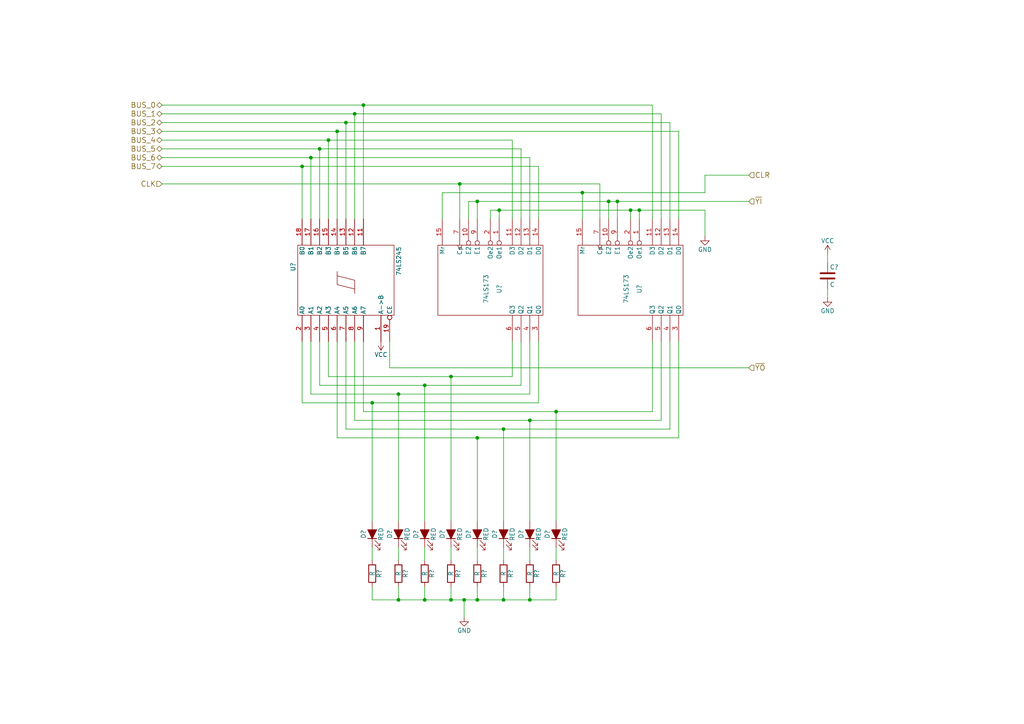
<source format=kicad_sch>
(kicad_sch (version 20211123) (generator eeschema)
  (paper "A4")
  (lib_symbols
    (symbol "8bit-computer-rescue:74LS173-8bit-computer-rescue" (pin_names (offset 0.254))
      (property "Reference" "U" (at 2.54 2.54 0))
      (property "Value" "74LS173-8bit-computer-rescue" (at 2.54 -1.27 0))
      (symbol "74LS173-8bit-computer-rescue_0_0"
        (pin power_in line (at -7.62 15.24 90) (length 0) hide (name "VCC") (number "16"))
        (pin power_in line (at -7.62 -15.24 90) (length 0) hide (name "GND") (number "8"))
      )
      (symbol "74LS173-8bit-computer-rescue_0_1"
        (rectangle (start -10.16 15.24) (end 10.16 -15.24))
      )
      (symbol "74LS173-8bit-computer-rescue_1_1"
        (pin input inverted (at -17.78 2.54 0) (length 7.62) (name "Oe1") (number "1"))
        (pin input inverted (at -17.78 -6.35 0) (length 7.62) (name "E2") (number "10"))
        (pin input line (at -17.78 6.35 0) (length 7.62) (name "D3") (number "11"))
        (pin input line (at -17.78 8.89 0) (length 7.62) (name "D2") (number "12"))
        (pin input line (at -17.78 11.43 0) (length 7.62) (name "D1") (number "13"))
        (pin input line (at -17.78 13.97 0) (length 7.62) (name "D0") (number "14"))
        (pin input line (at -17.78 -13.97 0) (length 7.62) (name "Mr") (number "15"))
        (pin input inverted (at -17.78 0 0) (length 7.62) (name "Oe2") (number "2"))
        (pin tri_state line (at 17.78 13.97 180) (length 7.62) (name "Q0") (number "3"))
        (pin tri_state line (at 17.78 11.43 180) (length 7.62) (name "Q1") (number "4"))
        (pin tri_state line (at 17.78 8.89 180) (length 7.62) (name "Q2") (number "5"))
        (pin tri_state line (at 17.78 6.35 180) (length 7.62) (name "Q3") (number "6"))
        (pin input clock (at -17.78 -8.89 0) (length 7.62) (name "Cp") (number "7"))
        (pin input inverted (at -17.78 -3.81 0) (length 7.62) (name "E1") (number "9"))
      )
    )
    (symbol "8bit-computer-rescue:74LS245-8bit-computer-rescue" (pin_names (offset 0.254))
      (property "Reference" "U" (at 2.54 14.605 0))
      (property "Value" "74LS245-8bit-computer-rescue" (at 1.27 -14.605 0))
      (symbol "74LS245-8bit-computer-rescue_0_0"
        (pin power_in line (at 0 -13.97 90) (length 0) hide (name "GND") (number "10"))
        (pin power_in line (at 0 13.97 270) (length 0) hide (name "VCC") (number "20"))
      )
      (symbol "74LS245-8bit-computer-rescue_0_1"
        (rectangle (start -10.16 13.97) (end 10.16 -13.97))
        (polyline (pts (xy 1.27 2.54) (xy 0 -2.54) (xy -2.54 -2.54)))
        (polyline (pts (xy 2.54 2.54) (xy -1.27 2.54) (xy -2.54 -2.54) (xy -3.81 -2.54)))
      )
      (symbol "74LS245-8bit-computer-rescue_1_1"
        (pin input line (at -17.78 -10.16 0) (length 7.62) (name "A->B") (number "1"))
        (pin tri_state line (at 17.78 -5.08 180) (length 7.62) (name "B7") (number "11"))
        (pin tri_state line (at 17.78 -2.54 180) (length 7.62) (name "B6") (number "12"))
        (pin tri_state line (at 17.78 0 180) (length 7.62) (name "B5") (number "13"))
        (pin tri_state line (at 17.78 2.54 180) (length 7.62) (name "B4") (number "14"))
        (pin tri_state line (at 17.78 5.08 180) (length 7.62) (name "B3") (number "15"))
        (pin tri_state line (at 17.78 7.62 180) (length 7.62) (name "B2") (number "16"))
        (pin tri_state line (at 17.78 10.16 180) (length 7.62) (name "B1") (number "17"))
        (pin tri_state line (at 17.78 12.7 180) (length 7.62) (name "B0") (number "18"))
        (pin input inverted (at -17.78 -12.7 0) (length 7.62) (name "CE") (number "19"))
        (pin tri_state line (at -17.78 12.7 0) (length 7.62) (name "A0") (number "2"))
        (pin tri_state line (at -17.78 10.16 0) (length 7.62) (name "A1") (number "3"))
        (pin tri_state line (at -17.78 7.62 0) (length 7.62) (name "A2") (number "4"))
        (pin tri_state line (at -17.78 5.08 0) (length 7.62) (name "A3") (number "5"))
        (pin tri_state line (at -17.78 2.54 0) (length 7.62) (name "A4") (number "6"))
        (pin tri_state line (at -17.78 0 0) (length 7.62) (name "A5") (number "7"))
        (pin tri_state line (at -17.78 -2.54 0) (length 7.62) (name "A6") (number "8"))
        (pin tri_state line (at -17.78 -5.08 0) (length 7.62) (name "A7") (number "9"))
      )
    )
    (symbol "8bit-computer-rescue:LED_ALT-Device" (pin_numbers hide) (pin_names (offset 1.016) hide)
      (property "Reference" "D" (at 0 2.54 0))
      (property "Value" "LED_ALT-Device" (at 0 -2.54 0))
      (symbol "LED_ALT-Device_0_1"
        (polyline (pts (xy -1.27 -1.27) (xy -1.27 1.27)) (stroke (width 0.254)))
        (polyline (pts (xy -1.27 0) (xy 1.27 0)))
        (polyline (pts (xy 1.27 -1.27) (xy 1.27 1.27) (xy -1.27 0) (xy 1.27 -1.27)) (stroke (width 0.254)) (fill (type outline)))
        (polyline (pts (xy -3.048 -0.762) (xy -4.572 -2.286) (xy -3.81 -2.286) (xy -4.572 -2.286) (xy -4.572 -1.524)))
        (polyline (pts (xy -1.778 -0.762) (xy -3.302 -2.286) (xy -2.54 -2.286) (xy -3.302 -2.286) (xy -3.302 -1.524)))
      )
      (symbol "LED_ALT-Device_1_1"
        (pin passive line (at -3.81 0 0) (length 2.54) (name "K") (number "1"))
        (pin passive line (at 3.81 0 180) (length 2.54) (name "A") (number "2"))
      )
    )
    (symbol "Device:C" (pin_numbers hide) (pin_names (offset 0.254))
      (property "Reference" "C" (at 0.635 2.54 0))
      (property "Value" "C" (at 0.635 -2.54 0))
      (symbol "C_0_1"
        (polyline (pts (xy -2.032 -0.762) (xy 2.032 -0.762)) (stroke (width 0.508)))
        (polyline (pts (xy -2.032 0.762) (xy 2.032 0.762)) (stroke (width 0.508)))
      )
      (symbol "C_1_1"
        (pin passive line (at 0 3.81 270) (length 2.794) (name "~") (number "1"))
        (pin passive line (at 0 -3.81 90) (length 2.794) (name "~") (number "2"))
      )
    )
    (symbol "Device:R" (pin_numbers hide) (pin_names (offset 0))
      (property "Reference" "R" (at 2.032 0 90))
      (property "Value" "R" (at 0 0 90))
      (symbol "R_0_1"
        (rectangle (start -1.016 -2.54) (end 1.016 2.54) (stroke (width 0.254)))
      )
      (symbol "R_1_1"
        (pin passive line (at 0 3.81 270) (length 1.27) (name "~") (number "1"))
        (pin passive line (at 0 -3.81 90) (length 1.27) (name "~") (number "2"))
      )
    )
    (symbol "power:GND" (power) (pin_names (offset 0))
      (property "Value" "GND" (at 0 -3.81 0))
      (symbol "GND_0_1"
        (polyline (pts (xy 0 0) (xy 0 -1.27) (xy 1.27 -1.27) (xy 0 -2.54) (xy -1.27 -1.27) (xy 0 -1.27)))
      )
      (symbol "GND_1_1"
        (pin power_in line (at 0 0 270) (length 0) hide (name "GND") (number "1"))
      )
    )
    (symbol "power:VCC" (power) (pin_names (offset 0))
      (property "Value" "VCC" (at 0 3.81 0))
      (symbol "VCC_0_1"
        (polyline (pts (xy -0.762 1.27) (xy 0 2.54)))
        (polyline (pts (xy 0 0) (xy 0 2.54)))
        (polyline (pts (xy 0 2.54) (xy 0.762 1.27)))
      )
      (symbol "VCC_1_1"
        (pin power_in line (at 0 0 90) (length 0) hide (name "VCC") (number "1"))
      )
    )
  )
  (junction (at 87.63 48.26))
  (junction (at 153.67 173.99))
  (junction (at 92.71 43.18))
  (junction (at 100.33 35.56))
  (junction (at 107.95 116.84))
  (junction (at 161.29 119.38))
  (junction (at 153.67 121.92))
  (junction (at 115.57 173.99))
  (junction (at 185.42 60.96))
  (junction (at 123.19 173.99))
  (junction (at 133.35 53.34))
  (junction (at 144.78 60.96))
  (junction (at 115.57 114.3))
  (junction (at 176.53 58.42))
  (junction (at 105.41 30.48))
  (junction (at 95.25 40.64))
  (junction (at 90.17 45.72))
  (junction (at 168.91 55.88))
  (junction (at 182.88 60.96))
  (junction (at 130.81 173.99))
  (junction (at 102.87 33.02))
  (junction (at 138.43 127))
  (junction (at 138.43 58.42))
  (junction (at 146.05 124.46))
  (junction (at 123.19 111.76))
  (junction (at 130.81 109.22))
  (junction (at 179.07 58.42))
  (junction (at 97.79 38.1))
  (junction (at 134.62 173.99))
  (junction (at 146.05 173.99))
  (junction (at 138.43 173.99))
  (wire (pts (xy 144.78 60.96) (xy 182.88 60.96)))
  (wire (pts (xy 179.07 58.42) (xy 217.17 58.42)))
  (wire (pts (xy 173.99 53.34) (xy 173.99 63.5)))
  (wire (pts (xy 46.99 45.72) (xy 90.17 45.72)))
  (wire (pts (xy 102.87 33.02) (xy 191.77 33.02)))
  (wire (pts (xy 146.05 124.46) (xy 146.05 151.13)))
  (wire (pts (xy 240.03 83.82) (xy 240.03 86.36)))
  (wire (pts (xy 161.29 119.38) (xy 189.23 119.38)))
  (wire (pts (xy 130.81 158.75) (xy 130.81 162.56)))
  (wire (pts (xy 153.67 45.72) (xy 153.67 63.5)))
  (wire (pts (xy 105.41 30.48) (xy 105.41 63.5)))
  (wire (pts (xy 179.07 58.42) (xy 179.07 63.5)))
  (wire (pts (xy 168.91 55.88) (xy 168.91 63.5)))
  (wire (pts (xy 146.05 124.46) (xy 194.31 124.46)))
  (wire (pts (xy 204.47 50.8) (xy 217.17 50.8)))
  (wire (pts (xy 123.19 158.75) (xy 123.19 162.56)))
  (wire (pts (xy 156.21 116.84) (xy 156.21 99.06)))
  (wire (pts (xy 97.79 38.1) (xy 196.85 38.1)))
  (wire (pts (xy 134.62 173.99) (xy 138.43 173.99)))
  (wire (pts (xy 115.57 114.3) (xy 153.67 114.3)))
  (wire (pts (xy 153.67 121.92) (xy 191.77 121.92)))
  (wire (pts (xy 97.79 127) (xy 138.43 127)))
  (wire (pts (xy 115.57 170.18) (xy 115.57 173.99)))
  (wire (pts (xy 128.27 55.88) (xy 168.91 55.88)))
  (wire (pts (xy 133.35 53.34) (xy 133.35 63.5)))
  (wire (pts (xy 130.81 109.22) (xy 130.81 151.13)))
  (wire (pts (xy 138.43 158.75) (xy 138.43 162.56)))
  (wire (pts (xy 176.53 58.42) (xy 176.53 63.5)))
  (wire (pts (xy 135.89 63.5) (xy 135.89 58.42)))
  (wire (pts (xy 92.71 43.18) (xy 92.71 63.5)))
  (wire (pts (xy 100.33 35.56) (xy 194.31 35.56)))
  (wire (pts (xy 128.27 63.5) (xy 128.27 55.88)))
  (wire (pts (xy 144.78 60.96) (xy 144.78 63.5)))
  (wire (pts (xy 46.99 33.02) (xy 102.87 33.02)))
  (wire (pts (xy 46.99 53.34) (xy 133.35 53.34)))
  (wire (pts (xy 107.95 158.75) (xy 107.95 162.56)))
  (wire (pts (xy 130.81 109.22) (xy 148.59 109.22)))
  (wire (pts (xy 46.99 30.48) (xy 105.41 30.48)))
  (wire (pts (xy 138.43 173.99) (xy 146.05 173.99)))
  (wire (pts (xy 46.99 38.1) (xy 97.79 38.1)))
  (wire (pts (xy 151.13 43.18) (xy 151.13 63.5)))
  (wire (pts (xy 90.17 45.72) (xy 90.17 63.5)))
  (wire (pts (xy 46.99 40.64) (xy 95.25 40.64)))
  (wire (pts (xy 115.57 158.75) (xy 115.57 162.56)))
  (wire (pts (xy 87.63 99.06) (xy 87.63 116.84)))
  (wire (pts (xy 95.25 99.06) (xy 95.25 109.22)))
  (wire (pts (xy 151.13 111.76) (xy 151.13 99.06)))
  (wire (pts (xy 95.25 109.22) (xy 130.81 109.22)))
  (wire (pts (xy 189.23 30.48) (xy 189.23 63.5)))
  (wire (pts (xy 153.67 173.99) (xy 161.29 173.99)))
  (wire (pts (xy 182.88 60.96) (xy 185.42 60.96)))
  (wire (pts (xy 107.95 173.99) (xy 115.57 173.99)))
  (wire (pts (xy 182.88 60.96) (xy 182.88 63.5)))
  (wire (pts (xy 176.53 58.42) (xy 179.07 58.42)))
  (wire (pts (xy 113.03 99.06) (xy 113.03 106.68)))
  (wire (pts (xy 90.17 99.06) (xy 90.17 114.3)))
  (wire (pts (xy 191.77 121.92) (xy 191.77 99.06)))
  (wire (pts (xy 161.29 173.99) (xy 161.29 170.18)))
  (wire (pts (xy 153.67 158.75) (xy 153.67 162.56)))
  (wire (pts (xy 146.05 170.18) (xy 146.05 173.99)))
  (wire (pts (xy 153.67 121.92) (xy 153.67 151.13)))
  (wire (pts (xy 146.05 158.75) (xy 146.05 162.56)))
  (wire (pts (xy 138.43 170.18) (xy 138.43 173.99)))
  (wire (pts (xy 240.03 73.66) (xy 240.03 76.2)))
  (wire (pts (xy 191.77 33.02) (xy 191.77 63.5)))
  (wire (pts (xy 92.71 111.76) (xy 123.19 111.76)))
  (wire (pts (xy 92.71 99.06) (xy 92.71 111.76)))
  (wire (pts (xy 153.67 114.3) (xy 153.67 99.06)))
  (wire (pts (xy 87.63 48.26) (xy 87.63 63.5)))
  (wire (pts (xy 102.87 99.06) (xy 102.87 121.92)))
  (wire (pts (xy 161.29 158.75) (xy 161.29 162.56)))
  (wire (pts (xy 130.81 170.18) (xy 130.81 173.99)))
  (wire (pts (xy 148.59 109.22) (xy 148.59 99.06)))
  (wire (pts (xy 135.89 58.42) (xy 138.43 58.42)))
  (wire (pts (xy 123.19 170.18) (xy 123.19 173.99)))
  (wire (pts (xy 194.31 35.56) (xy 194.31 63.5)))
  (wire (pts (xy 100.33 35.56) (xy 100.33 63.5)))
  (wire (pts (xy 185.42 60.96) (xy 204.47 60.96)))
  (wire (pts (xy 107.95 116.84) (xy 107.95 151.13)))
  (wire (pts (xy 168.91 55.88) (xy 204.47 55.88)))
  (wire (pts (xy 153.67 170.18) (xy 153.67 173.99)))
  (wire (pts (xy 142.24 60.96) (xy 144.78 60.96)))
  (wire (pts (xy 113.03 106.68) (xy 217.17 106.68)))
  (wire (pts (xy 196.85 38.1) (xy 196.85 63.5)))
  (wire (pts (xy 105.41 119.38) (xy 161.29 119.38)))
  (wire (pts (xy 107.95 116.84) (xy 156.21 116.84)))
  (wire (pts (xy 156.21 48.26) (xy 156.21 63.5)))
  (wire (pts (xy 146.05 173.99) (xy 153.67 173.99)))
  (wire (pts (xy 204.47 55.88) (xy 204.47 50.8)))
  (wire (pts (xy 138.43 58.42) (xy 176.53 58.42)))
  (wire (pts (xy 123.19 111.76) (xy 151.13 111.76)))
  (wire (pts (xy 105.41 99.06) (xy 105.41 119.38)))
  (wire (pts (xy 196.85 127) (xy 196.85 99.06)))
  (wire (pts (xy 46.99 48.26) (xy 87.63 48.26)))
  (wire (pts (xy 194.31 124.46) (xy 194.31 99.06)))
  (wire (pts (xy 87.63 116.84) (xy 107.95 116.84)))
  (wire (pts (xy 95.25 40.64) (xy 148.59 40.64)))
  (wire (pts (xy 185.42 60.96) (xy 185.42 63.5)))
  (wire (pts (xy 138.43 127) (xy 138.43 151.13)))
  (wire (pts (xy 115.57 173.99) (xy 123.19 173.99)))
  (wire (pts (xy 105.41 30.48) (xy 189.23 30.48)))
  (wire (pts (xy 95.25 63.5) (xy 95.25 40.64)))
  (wire (pts (xy 90.17 45.72) (xy 153.67 45.72)))
  (wire (pts (xy 123.19 111.76) (xy 123.19 151.13)))
  (wire (pts (xy 133.35 53.34) (xy 173.99 53.34)))
  (wire (pts (xy 107.95 170.18) (xy 107.95 173.99)))
  (wire (pts (xy 46.99 43.18) (xy 92.71 43.18)))
  (wire (pts (xy 134.62 179.07) (xy 134.62 173.99)))
  (wire (pts (xy 97.79 99.06) (xy 97.79 127)))
  (wire (pts (xy 100.33 99.06) (xy 100.33 124.46)))
  (wire (pts (xy 87.63 48.26) (xy 156.21 48.26)))
  (wire (pts (xy 142.24 63.5) (xy 142.24 60.96)))
  (wire (pts (xy 138.43 58.42) (xy 138.43 63.5)))
  (wire (pts (xy 161.29 119.38) (xy 161.29 151.13)))
  (wire (pts (xy 102.87 33.02) (xy 102.87 63.5)))
  (wire (pts (xy 92.71 43.18) (xy 151.13 43.18)))
  (wire (pts (xy 123.19 173.99) (xy 130.81 173.99)))
  (wire (pts (xy 100.33 124.46) (xy 146.05 124.46)))
  (wire (pts (xy 115.57 114.3) (xy 115.57 151.13)))
  (wire (pts (xy 138.43 127) (xy 196.85 127)))
  (wire (pts (xy 90.17 114.3) (xy 115.57 114.3)))
  (wire (pts (xy 189.23 119.38) (xy 189.23 99.06)))
  (wire (pts (xy 46.99 35.56) (xy 100.33 35.56)))
  (wire (pts (xy 97.79 38.1) (xy 97.79 63.5)))
  (wire (pts (xy 102.87 121.92) (xy 153.67 121.92)))
  (wire (pts (xy 130.81 173.99) (xy 134.62 173.99)))
  (wire (pts (xy 148.59 40.64) (xy 148.59 63.5)))
  (wire (pts (xy 204.47 60.96) (xy 204.47 68.58)))
  (hierarchical_label "BUS_3" (shape bidirectional) (at 46.99 38.1 180) (effects (font (size 1.524 1.524))))
  (hierarchical_label "BUS_7" (shape bidirectional) (at 46.99 48.26 180) (effects (font (size 1.524 1.524))))
  (hierarchical_label "~{YI}" (shape input) (at 217.17 58.42 0) (effects (font (size 1.524 1.524))))
  (hierarchical_label "~{YO}" (shape input) (at 217.17 106.68 0) (effects (font (size 1.524 1.524))))
  (hierarchical_label "BUS_5" (shape bidirectional) (at 46.99 43.18 180) (effects (font (size 1.524 1.524))))
  (hierarchical_label "BUS_4" (shape bidirectional) (at 46.99 40.64 180) (effects (font (size 1.524 1.524))))
  (hierarchical_label "BUS_1" (shape bidirectional) (at 46.99 33.02 180) (effects (font (size 1.524 1.524))))
  (hierarchical_label "BUS_0" (shape bidirectional) (at 46.99 30.48 180) (effects (font (size 1.524 1.524))))
  (hierarchical_label "BUS_2" (shape bidirectional) (at 46.99 35.56 180) (effects (font (size 1.524 1.524))))
  (hierarchical_label "BUS_6" (shape bidirectional) (at 46.99 45.72 180) (effects (font (size 1.524 1.524))))
  (hierarchical_label "CLK" (shape input) (at 46.99 53.34 180) (effects (font (size 1.524 1.524))))
  (hierarchical_label "CLR" (shape input) (at 217.17 50.8 0) (effects (font (size 1.524 1.524))))
  (symbol (lib_id "8bit-computer-rescue:74LS173-8bit-computer-rescue") (at 182.88 81.28 270) (unit 1)
    (property "Reference" "U?" (at 185.42 83.82 0))
    (property "Value" "74LS173" (at 181.61 83.82 0))
    (property "Footprint" "Package_DIP:DIP-16_W7.62mm" (effects hide))
  )
  (symbol (lib_id "8bit-computer-rescue:LED_ALT-Device") (at 115.57 154.94 90) (unit 1)
    (property "Reference" "D?" (at 113.03 154.94 0))
    (property "Value" "RED" (at 118.11 154.94 0))
    (property "Footprint" "LED_THT:LED_D5.0mm" (effects hide))
  )
  (symbol (lib_id "Device:R") (at 123.19 166.37 0) (unit 1)
    (property "Reference" "R?" (at 125.222 166.37 90))
    (property "Value" "R" (at 123.19 166.37 90))
    (property "Footprint" "Resistor_THT:R_Axial_DIN0207_L6.3mm_D2.5mm_P7.62mm_Horizontal" (effects hide))
  )
  (symbol (lib_id "Device:C") (at 240.03 80.01 0) (unit 1)
    (property "Reference" "C?" (at 240.665 77.47 0) (effects (justify left)))
    (property "Value" "C" (at 240.665 82.55 0) (effects (justify left)))
    (property "Footprint" "Capacitor_THT:C_Disc_D4.3mm_W1.9mm_P5.00mm" (effects hide))
  )
  (symbol (lib_id "8bit-computer-rescue:LED_ALT-Device") (at 153.67 154.94 90) (unit 1)
    (property "Reference" "D?" (at 151.13 154.94 0))
    (property "Value" "RED" (at 156.21 154.94 0))
    (property "Footprint" "LED_THT:LED_D5.0mm" (effects hide))
  )
  (symbol (lib_id "8bit-computer-rescue:LED_ALT-Device") (at 107.95 154.94 90) (unit 1)
    (property "Reference" "D?" (at 105.41 154.94 0))
    (property "Value" "RED" (at 110.49 154.94 0))
    (property "Footprint" "LED_THT:LED_D5.0mm" (effects hide))
  )
  (symbol (lib_id "8bit-computer-rescue:74LS173-8bit-computer-rescue") (at 142.24 81.28 270) (unit 1)
    (property "Reference" "U?" (at 144.78 83.82 0))
    (property "Value" "74LS173" (at 140.97 83.82 0))
    (property "Footprint" "Package_DIP:DIP-16_W7.62mm" (effects hide))
  )
  (symbol (lib_id "8bit-computer-rescue:LED_ALT-Device") (at 146.05 154.94 90) (unit 1)
    (property "Reference" "D?" (at 143.51 154.94 0))
    (property "Value" "RED" (at 148.59 154.94 0))
    (property "Footprint" "LED_THT:LED_D5.0mm" (effects hide))
  )
  (symbol (lib_id "power:GND") (at 134.62 179.07 0) (unit 1)
    (property "Reference" "#PWR?" (effects hide))
    (property "Value" "GND" (at 134.62 182.88 0))
  )
  (symbol (lib_id "power:VCC") (at 110.49 99.06 180) (unit 1)
    (property "Reference" "#PWR?" (effects hide))
    (property "Value" "VCC" (at 110.49 102.87 0))
  )
  (symbol (lib_id "8bit-computer-rescue:LED_ALT-Device") (at 138.43 154.94 90) (unit 1)
    (property "Reference" "D?" (at 135.89 154.94 0))
    (property "Value" "RED" (at 140.97 154.94 0))
    (property "Footprint" "LED_THT:LED_D5.0mm" (effects hide))
  )
  (symbol (lib_id "8bit-computer-rescue:LED_ALT-Device") (at 161.29 154.94 90) (unit 1)
    (property "Reference" "D?" (at 158.75 154.94 0))
    (property "Value" "RED" (at 163.83 154.94 0))
    (property "Footprint" "LED_THT:LED_D5.0mm" (effects hide))
  )
  (symbol (lib_id "8bit-computer-rescue:LED_ALT-Device") (at 123.19 154.94 90) (unit 1)
    (property "Reference" "D?" (at 120.65 154.94 0))
    (property "Value" "RED" (at 125.73 154.94 0))
    (property "Footprint" "LED_THT:LED_D5.0mm" (effects hide))
  )
  (symbol (lib_id "8bit-computer-rescue:LED_ALT-Device") (at 130.81 154.94 90) (unit 1)
    (property "Reference" "D?" (at 128.27 154.94 0))
    (property "Value" "RED" (at 133.35 154.94 0))
    (property "Footprint" "LED_THT:LED_D5.0mm" (effects hide))
  )
  (symbol (lib_id "Device:R") (at 161.29 166.37 0) (unit 1)
    (property "Reference" "R?" (at 163.322 166.37 90))
    (property "Value" "R" (at 161.29 166.37 90))
    (property "Footprint" "Resistor_THT:R_Axial_DIN0207_L6.3mm_D2.5mm_P7.62mm_Horizontal" (effects hide))
  )
  (symbol (lib_id "8bit-computer-rescue:74LS245-8bit-computer-rescue") (at 100.33 81.28 90) (unit 1)
    (property "Reference" "U?" (at 85.725 78.74 0) (effects (justify left bottom)))
    (property "Value" "74LS245" (at 114.935 80.01 0) (effects (justify left top)))
    (property "Footprint" "Package_DIP:DIP-20_W7.62mm" (effects hide))
  )
  (symbol (lib_id "Device:R") (at 146.05 166.37 0) (unit 1)
    (property "Reference" "R?" (at 148.082 166.37 90))
    (property "Value" "R" (at 146.05 166.37 90))
    (property "Footprint" "Resistor_THT:R_Axial_DIN0207_L6.3mm_D2.5mm_P7.62mm_Horizontal" (effects hide))
  )
  (symbol (lib_id "power:VCC") (at 240.03 73.66 0) (unit 1)
    (property "Reference" "#PWR?" (effects hide))
    (property "Value" "VCC" (at 240.03 69.85 0))
  )
  (symbol (lib_id "power:GND") (at 204.47 68.58 0) (unit 1)
    (property "Reference" "#PWR?" (effects hide))
    (property "Value" "GND" (at 204.47 72.39 0))
  )
  (symbol (lib_id "Device:R") (at 138.43 166.37 0) (unit 1)
    (property "Reference" "R?" (at 140.462 166.37 90))
    (property "Value" "R" (at 138.43 166.37 90))
    (property "Footprint" "Resistor_THT:R_Axial_DIN0207_L6.3mm_D2.5mm_P7.62mm_Horizontal" (effects hide))
  )
  (symbol (lib_id "Device:R") (at 153.67 166.37 0) (unit 1)
    (property "Reference" "R?" (at 155.702 166.37 90))
    (property "Value" "R" (at 153.67 166.37 90))
    (property "Footprint" "Resistor_THT:R_Axial_DIN0207_L6.3mm_D2.5mm_P7.62mm_Horizontal" (effects hide))
  )
  (symbol (lib_id "Device:R") (at 130.81 166.37 0) (unit 1)
    (property "Reference" "R?" (at 132.842 166.37 90))
    (property "Value" "R" (at 130.81 166.37 90))
    (property "Footprint" "Resistor_THT:R_Axial_DIN0207_L6.3mm_D2.5mm_P7.62mm_Horizontal" (effects hide))
  )
  (symbol (lib_id "power:GND") (at 240.03 86.36 0) (unit 1)
    (property "Reference" "#PWR?" (effects hide))
    (property "Value" "GND" (at 240.03 90.17 0))
  )
  (symbol (lib_id "Device:R") (at 107.95 166.37 0) (unit 1)
    (property "Reference" "R?" (at 109.982 166.37 90))
    (property "Value" "R" (at 107.95 166.37 90))
    (property "Footprint" "Resistor_THT:R_Axial_DIN0207_L6.3mm_D2.5mm_P7.62mm_Horizontal" (effects hide))
  )
  (symbol (lib_id "Device:R") (at 115.57 166.37 0) (unit 1)
    (property "Reference" "R?" (at 117.602 166.37 90))
    (property "Value" "R" (at 115.57 166.37 90))
    (property "Footprint" "Resistor_THT:R_Axial_DIN0207_L6.3mm_D2.5mm_P7.62mm_Horizontal" (effects hide))
  )
)
</source>
